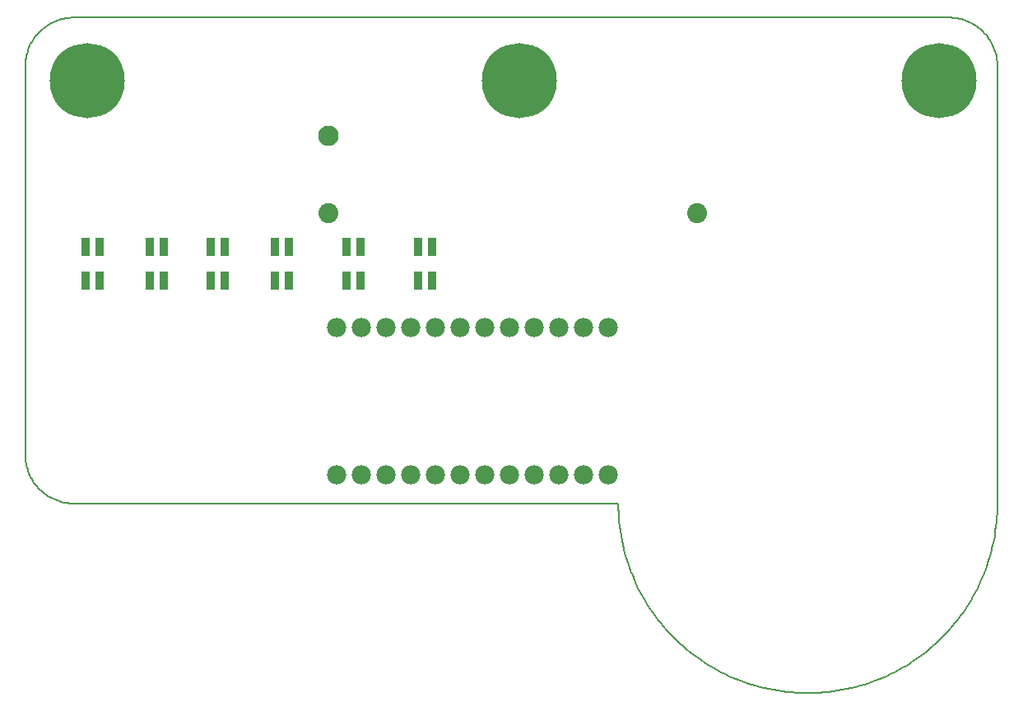
<source format=gbs>
G75*
%MOIN*%
%OFA0B0*%
%FSLAX24Y24*%
%IPPOS*%
%LPD*%
%AMOC8*
5,1,8,0,0,1.08239X$1,22.5*
%
%ADD10C,0.0080*%
%ADD11C,0.0780*%
%ADD12C,0.0808*%
%ADD13C,0.0000*%
%ADD14C,0.0827*%
%ADD15R,0.0335X0.0749*%
%ADD16C,0.3040*%
D10*
X002109Y007817D02*
X024156Y007817D01*
X024158Y007630D01*
X024165Y007443D01*
X024176Y007257D01*
X024192Y007070D01*
X024213Y006885D01*
X024238Y006699D01*
X024267Y006515D01*
X024301Y006331D01*
X024340Y006148D01*
X024383Y005966D01*
X024430Y005785D01*
X024482Y005605D01*
X024538Y005427D01*
X024598Y005250D01*
X024663Y005075D01*
X024731Y004901D01*
X024805Y004729D01*
X024882Y004558D01*
X024963Y004390D01*
X025049Y004224D01*
X025138Y004060D01*
X025232Y003898D01*
X025329Y003738D01*
X025430Y003581D01*
X025535Y003426D01*
X025644Y003274D01*
X025757Y003125D01*
X025873Y002978D01*
X025992Y002835D01*
X026115Y002694D01*
X026242Y002556D01*
X026372Y002422D01*
X026505Y002290D01*
X026641Y002162D01*
X026780Y002037D01*
X026922Y001916D01*
X027067Y001798D01*
X027215Y001684D01*
X027366Y001573D01*
X027519Y001466D01*
X027675Y001363D01*
X027834Y001264D01*
X027995Y001169D01*
X028158Y001077D01*
X028323Y000990D01*
X028490Y000906D01*
X028659Y000827D01*
X028830Y000752D01*
X029003Y000680D01*
X029178Y000614D01*
X029354Y000551D01*
X029532Y000493D01*
X029711Y000439D01*
X029891Y000390D01*
X030073Y000345D01*
X030255Y000304D01*
X030439Y000268D01*
X030623Y000236D01*
X030808Y000209D01*
X030993Y000186D01*
X031179Y000168D01*
X031366Y000154D01*
X031553Y000145D01*
X031740Y000141D01*
X031926Y000141D01*
X032113Y000145D01*
X032300Y000154D01*
X032487Y000168D01*
X032673Y000186D01*
X032858Y000209D01*
X033043Y000236D01*
X033227Y000268D01*
X033411Y000304D01*
X033593Y000345D01*
X033775Y000390D01*
X033955Y000439D01*
X034134Y000493D01*
X034312Y000551D01*
X034488Y000614D01*
X034663Y000680D01*
X034836Y000752D01*
X035007Y000827D01*
X035176Y000906D01*
X035343Y000990D01*
X035508Y001077D01*
X035672Y001169D01*
X035832Y001264D01*
X035991Y001363D01*
X036147Y001466D01*
X036300Y001573D01*
X036451Y001684D01*
X036599Y001798D01*
X036744Y001916D01*
X036886Y002037D01*
X037025Y002162D01*
X037161Y002290D01*
X037294Y002422D01*
X037424Y002556D01*
X037551Y002694D01*
X037674Y002835D01*
X037793Y002978D01*
X037909Y003125D01*
X038022Y003274D01*
X038131Y003426D01*
X038236Y003581D01*
X038337Y003738D01*
X038434Y003898D01*
X038528Y004060D01*
X038617Y004224D01*
X038703Y004390D01*
X038784Y004558D01*
X038861Y004729D01*
X038935Y004901D01*
X039003Y005075D01*
X039068Y005250D01*
X039128Y005427D01*
X039184Y005605D01*
X039236Y005785D01*
X039283Y005966D01*
X039326Y006148D01*
X039365Y006331D01*
X039399Y006515D01*
X039428Y006699D01*
X039453Y006885D01*
X039474Y007070D01*
X039490Y007257D01*
X039501Y007443D01*
X039508Y007630D01*
X039510Y007817D01*
X039510Y025534D01*
X039511Y025534D02*
X039509Y025620D01*
X039504Y025706D01*
X039494Y025791D01*
X039481Y025876D01*
X039464Y025960D01*
X039444Y026044D01*
X039420Y026126D01*
X039392Y026207D01*
X039361Y026288D01*
X039327Y026366D01*
X039289Y026443D01*
X039247Y026519D01*
X039203Y026592D01*
X039155Y026663D01*
X039104Y026733D01*
X039050Y026800D01*
X038994Y026864D01*
X038934Y026926D01*
X038872Y026986D01*
X038808Y027042D01*
X038741Y027096D01*
X038671Y027147D01*
X038600Y027195D01*
X038527Y027239D01*
X038451Y027281D01*
X038374Y027319D01*
X038296Y027353D01*
X038215Y027384D01*
X038134Y027412D01*
X038052Y027436D01*
X037968Y027456D01*
X037884Y027473D01*
X037799Y027486D01*
X037714Y027496D01*
X037628Y027501D01*
X037542Y027503D01*
X037542Y027502D02*
X002109Y027502D01*
X002109Y027503D02*
X002023Y027501D01*
X001937Y027496D01*
X001852Y027486D01*
X001767Y027473D01*
X001683Y027456D01*
X001599Y027436D01*
X001517Y027412D01*
X001436Y027384D01*
X001355Y027353D01*
X001277Y027319D01*
X001200Y027281D01*
X001125Y027239D01*
X001051Y027195D01*
X000980Y027147D01*
X000910Y027096D01*
X000843Y027042D01*
X000779Y026986D01*
X000717Y026926D01*
X000657Y026864D01*
X000601Y026800D01*
X000547Y026733D01*
X000496Y026663D01*
X000448Y026592D01*
X000404Y026519D01*
X000362Y026443D01*
X000324Y026366D01*
X000290Y026288D01*
X000259Y026207D01*
X000231Y026126D01*
X000207Y026044D01*
X000187Y025960D01*
X000170Y025876D01*
X000157Y025791D01*
X000147Y025706D01*
X000142Y025620D01*
X000140Y025534D01*
X000140Y009786D01*
X000142Y009700D01*
X000147Y009614D01*
X000157Y009529D01*
X000170Y009444D01*
X000187Y009360D01*
X000207Y009276D01*
X000231Y009194D01*
X000259Y009113D01*
X000290Y009032D01*
X000324Y008954D01*
X000362Y008877D01*
X000404Y008802D01*
X000448Y008728D01*
X000496Y008657D01*
X000547Y008587D01*
X000601Y008520D01*
X000657Y008456D01*
X000717Y008394D01*
X000779Y008334D01*
X000843Y008278D01*
X000910Y008224D01*
X000980Y008173D01*
X001051Y008125D01*
X001124Y008081D01*
X001200Y008039D01*
X001277Y008001D01*
X001355Y007967D01*
X001436Y007936D01*
X001517Y007908D01*
X001599Y007884D01*
X001683Y007864D01*
X001767Y007847D01*
X001852Y007834D01*
X001937Y007824D01*
X002023Y007819D01*
X002109Y007817D01*
D11*
X012742Y008994D03*
X013742Y008994D03*
X014742Y008994D03*
X015742Y008994D03*
X016742Y008994D03*
X017742Y008994D03*
X018742Y008994D03*
X019742Y008994D03*
X020742Y008994D03*
X021742Y008994D03*
X022742Y008994D03*
X023742Y008994D03*
X023742Y014963D03*
X022742Y014963D03*
X021742Y014963D03*
X020742Y014963D03*
X019742Y014963D03*
X018742Y014963D03*
X017742Y014963D03*
X016742Y014963D03*
X015742Y014963D03*
X014742Y014963D03*
X013742Y014963D03*
X012742Y014963D03*
D12*
X012400Y019577D03*
X027360Y019577D03*
D13*
X012006Y022727D02*
X012008Y022766D01*
X012014Y022805D01*
X012024Y022843D01*
X012037Y022880D01*
X012054Y022915D01*
X012074Y022949D01*
X012098Y022980D01*
X012125Y023009D01*
X012154Y023035D01*
X012186Y023058D01*
X012220Y023078D01*
X012256Y023094D01*
X012293Y023106D01*
X012332Y023115D01*
X012371Y023120D01*
X012410Y023121D01*
X012449Y023118D01*
X012488Y023111D01*
X012525Y023100D01*
X012562Y023086D01*
X012597Y023068D01*
X012630Y023047D01*
X012661Y023022D01*
X012689Y022995D01*
X012714Y022965D01*
X012736Y022932D01*
X012755Y022898D01*
X012770Y022862D01*
X012782Y022824D01*
X012790Y022786D01*
X012794Y022747D01*
X012794Y022707D01*
X012790Y022668D01*
X012782Y022630D01*
X012770Y022592D01*
X012755Y022556D01*
X012736Y022522D01*
X012714Y022489D01*
X012689Y022459D01*
X012661Y022432D01*
X012630Y022407D01*
X012597Y022386D01*
X012562Y022368D01*
X012525Y022354D01*
X012488Y022343D01*
X012449Y022336D01*
X012410Y022333D01*
X012371Y022334D01*
X012332Y022339D01*
X012293Y022348D01*
X012256Y022360D01*
X012220Y022376D01*
X012186Y022396D01*
X012154Y022419D01*
X012125Y022445D01*
X012098Y022474D01*
X012074Y022505D01*
X012054Y022539D01*
X012037Y022574D01*
X012024Y022611D01*
X012014Y022649D01*
X012008Y022688D01*
X012006Y022727D01*
D14*
X012400Y022727D03*
D15*
X013138Y018199D03*
X013709Y018199D03*
X013709Y016860D03*
X013138Y016860D03*
X010803Y016860D03*
X010233Y016860D03*
X010233Y018199D03*
X010803Y018199D03*
X008217Y018199D03*
X007646Y018199D03*
X007646Y016860D03*
X008217Y016860D03*
X005736Y016860D03*
X005166Y016860D03*
X005166Y018199D03*
X005736Y018199D03*
X003150Y018199D03*
X002579Y018199D03*
X002579Y016860D03*
X003150Y016860D03*
X016044Y016860D03*
X016614Y016860D03*
X016614Y018199D03*
X016044Y018199D03*
D16*
X020140Y024943D03*
X037140Y024943D03*
X002640Y024943D03*
M02*

</source>
